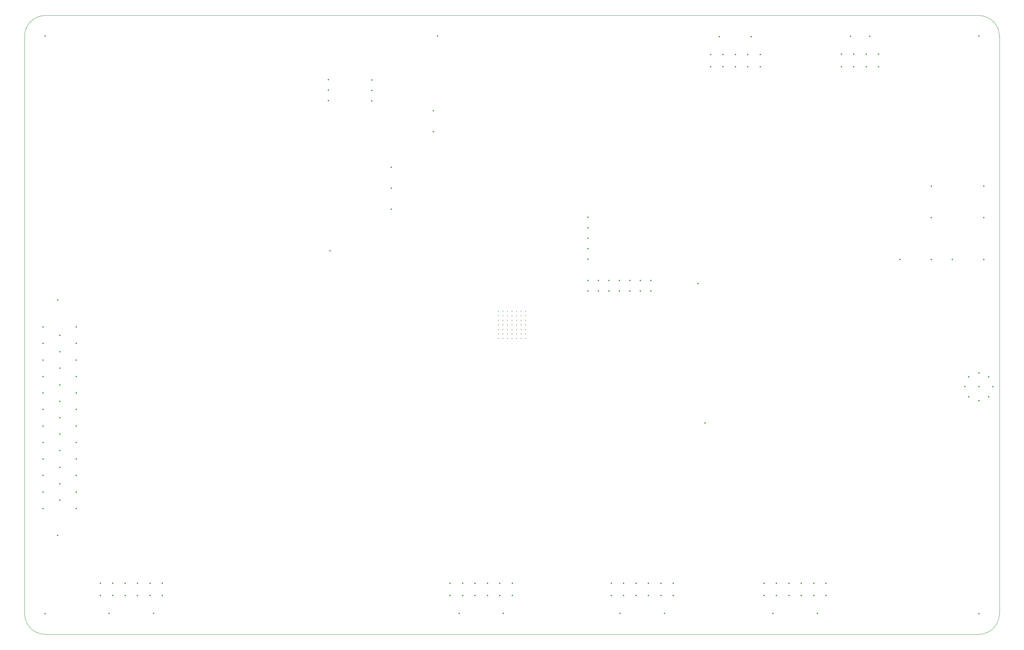
<source format=gbr>
%TF.GenerationSoftware,KiCad,Pcbnew,8.0.4*%
%TF.CreationDate,2024-11-12T22:32:28+03:00*%
%TF.ProjectId,EVD80_ControlBoard,45564438-305f-4436-9f6e-74726f6c426f,rev?*%
%TF.SameCoordinates,Original*%
%TF.FileFunction,Profile,NP*%
%FSLAX46Y46*%
G04 Gerber Fmt 4.6, Leading zero omitted, Abs format (unit mm)*
G04 Created by KiCad (PCBNEW 8.0.4) date 2024-11-12 22:32:28*
%MOMM*%
%LPD*%
G01*
G04 APERTURE LIST*
%TA.AperFunction,Profile*%
%ADD10C,0.100000*%
%TD*%
%ADD11C,0.350000*%
%ADD12C,0.203200*%
G04 APERTURE END LIST*
D10*
X105000000Y-80000000D02*
X331000000Y-80000000D01*
X336000000Y-225000000D02*
G75*
G02*
X331000000Y-230000000I-5000000J0D01*
G01*
X105000000Y-230000000D02*
G75*
G02*
X100000000Y-225000000I0J5000000D01*
G01*
X105000000Y-230000000D02*
X331000000Y-230000000D01*
X100000000Y-85000000D02*
G75*
G02*
X105000000Y-80000000I5000000J0D01*
G01*
X331000000Y-80000000D02*
G75*
G02*
X336000000Y-85000000I0J-5000000D01*
G01*
X336000000Y-85000000D02*
X336000000Y-225000000D01*
X100000000Y-85000000D02*
X100000000Y-225000000D01*
D11*
X188820000Y-121876000D03*
X131182000Y-224943000D03*
X120482000Y-224943000D03*
X133342000Y-220623000D03*
X130342000Y-220623000D03*
X127342000Y-220623000D03*
X124342000Y-220623000D03*
X121342000Y-220623000D03*
X118342000Y-220623000D03*
X133342000Y-217623000D03*
X130342000Y-217623000D03*
X127342000Y-217623000D03*
X124342000Y-217623000D03*
X121342000Y-217623000D03*
X118342000Y-217623000D03*
X236375000Y-146775000D03*
X236375000Y-144235000D03*
X238915000Y-146775000D03*
X238915000Y-144235000D03*
X241455000Y-146775000D03*
X241455000Y-144235000D03*
X243995000Y-146775000D03*
X243995000Y-144235000D03*
X246535000Y-146775000D03*
X246535000Y-144235000D03*
X249075000Y-146775000D03*
X249075000Y-144235000D03*
X251615000Y-146775000D03*
X251615000Y-144235000D03*
X188820000Y-126956000D03*
X198980000Y-103080000D03*
X327625000Y-170000000D03*
X328613515Y-167613515D03*
X328613515Y-172386485D03*
X331000000Y-166625000D03*
X331000000Y-170000000D03*
X331000000Y-173375000D03*
X333386485Y-167613515D03*
X333386485Y-172386485D03*
X334375000Y-170000000D03*
X319479500Y-129027500D03*
X319479500Y-121407500D03*
X319479500Y-139187500D03*
X311859500Y-139187500D03*
X173542500Y-95553000D03*
X173542500Y-98093000D03*
X173542500Y-100633000D03*
D12*
X214699999Y-158300001D03*
X215799999Y-158300001D03*
X216900000Y-158300001D03*
X218000000Y-158300001D03*
X219099998Y-158300001D03*
X220199998Y-158300001D03*
X221299998Y-158300001D03*
X214699999Y-157200001D03*
X215799999Y-157200001D03*
X216900000Y-157200001D03*
X218000000Y-157200001D03*
X219099998Y-157200001D03*
X220199998Y-157200001D03*
X221299998Y-157200001D03*
X214699999Y-156100000D03*
X215799999Y-156100000D03*
X216900000Y-156100000D03*
X218000000Y-156100000D03*
X219099998Y-156100000D03*
X220199998Y-156100000D03*
X221299998Y-156100000D03*
X214699999Y-155000000D03*
X215799999Y-155000000D03*
X216900000Y-155000000D03*
X218000000Y-155000000D03*
X219099998Y-155000000D03*
X220199998Y-155000000D03*
X221299998Y-155000000D03*
X214699999Y-153900002D03*
X215799999Y-153900002D03*
X216900000Y-153900002D03*
X218000000Y-153900002D03*
X219099998Y-153900002D03*
X220199998Y-153900002D03*
X221299998Y-153900002D03*
X214699999Y-152800002D03*
X215799999Y-152800002D03*
X216900000Y-152800002D03*
X218000000Y-152800002D03*
X219099998Y-152800002D03*
X220199998Y-152800002D03*
X221299998Y-152800002D03*
X214699999Y-151700002D03*
X215799999Y-151700002D03*
X216900000Y-151700002D03*
X218000000Y-151700002D03*
X219099998Y-151700002D03*
X220199998Y-151700002D03*
X221299998Y-151700002D03*
D11*
X332179500Y-129027500D03*
X332179500Y-121407500D03*
X332179500Y-139187500D03*
X324559500Y-139187500D03*
X254882000Y-224928000D03*
X244182000Y-224928000D03*
X257042000Y-220608000D03*
X254042000Y-220608000D03*
X251042000Y-220608000D03*
X248042000Y-220608000D03*
X245042000Y-220608000D03*
X242042000Y-220608000D03*
X257042000Y-217608000D03*
X254042000Y-217608000D03*
X251042000Y-217608000D03*
X248042000Y-217608000D03*
X245042000Y-217608000D03*
X242042000Y-217608000D03*
X263000000Y-145000000D03*
X264766000Y-178772000D03*
X200000000Y-85000000D03*
X331000000Y-225000000D03*
X174000000Y-137000000D03*
X236398000Y-139063000D03*
X236398000Y-136523000D03*
X236398000Y-133983000D03*
X236398000Y-131443000D03*
X236398000Y-128903000D03*
X299920000Y-85067000D03*
X304620000Y-85067000D03*
X297760000Y-89387000D03*
X300760000Y-89387000D03*
X303760000Y-89387000D03*
X306760000Y-89387000D03*
X297760000Y-92387000D03*
X300760000Y-92387000D03*
X303760000Y-92387000D03*
X306760000Y-92387000D03*
X105000000Y-225000000D03*
X215882000Y-224928000D03*
X205182000Y-224928000D03*
X218042000Y-220608000D03*
X215042000Y-220608000D03*
X212042000Y-220608000D03*
X209042000Y-220608000D03*
X206042000Y-220608000D03*
X203042000Y-220608000D03*
X218042000Y-217608000D03*
X215042000Y-217608000D03*
X212042000Y-217608000D03*
X209042000Y-217608000D03*
X206042000Y-217608000D03*
X203042000Y-217608000D03*
X331000000Y-85000000D03*
X105000000Y-85000000D03*
X188820000Y-116796000D03*
X291882000Y-224928000D03*
X281182000Y-224928000D03*
X294042000Y-220608000D03*
X291042000Y-220608000D03*
X288042000Y-220608000D03*
X285042000Y-220608000D03*
X282042000Y-220608000D03*
X279042000Y-220608000D03*
X294042000Y-217608000D03*
X291042000Y-217608000D03*
X288042000Y-217608000D03*
X285042000Y-217608000D03*
X282042000Y-217608000D03*
X279042000Y-217608000D03*
X268245000Y-85091000D03*
X275945000Y-85091000D03*
X266085000Y-89411000D03*
X269085000Y-89411000D03*
X272085000Y-89411000D03*
X275085000Y-89411000D03*
X278085000Y-89411000D03*
X266085000Y-92411000D03*
X269085000Y-92411000D03*
X272085000Y-92411000D03*
X275085000Y-92411000D03*
X278085000Y-92411000D03*
X198980000Y-108160000D03*
X184042500Y-95646000D03*
X184042500Y-98186000D03*
X184042500Y-100726000D03*
X108000000Y-206000000D03*
X108000000Y-149000000D03*
X112500000Y-199500000D03*
X112500000Y-195500000D03*
X112500000Y-191500000D03*
X112500000Y-187500000D03*
X112500000Y-183500000D03*
X112500000Y-179500000D03*
X112500000Y-175500000D03*
X112500000Y-171500000D03*
X112500000Y-167500000D03*
X112500000Y-163500000D03*
X112500000Y-159500000D03*
X112500000Y-155500000D03*
X108500000Y-197500000D03*
X108500000Y-193500000D03*
X108500000Y-189500000D03*
X108500000Y-185500000D03*
X108500000Y-181500000D03*
X108500000Y-177500000D03*
X108500000Y-173500000D03*
X108500000Y-169500000D03*
X108500000Y-165500000D03*
X108500000Y-161500000D03*
X108500000Y-157500000D03*
X104500000Y-199500000D03*
X104500000Y-195500000D03*
X104500000Y-191500000D03*
X104500000Y-187500000D03*
X104500000Y-183500000D03*
X104500000Y-179500000D03*
X104500000Y-175500000D03*
X104500000Y-171500000D03*
X104500000Y-167500000D03*
X104500000Y-163500000D03*
X104500000Y-159500000D03*
X104500000Y-155500000D03*
M02*

</source>
